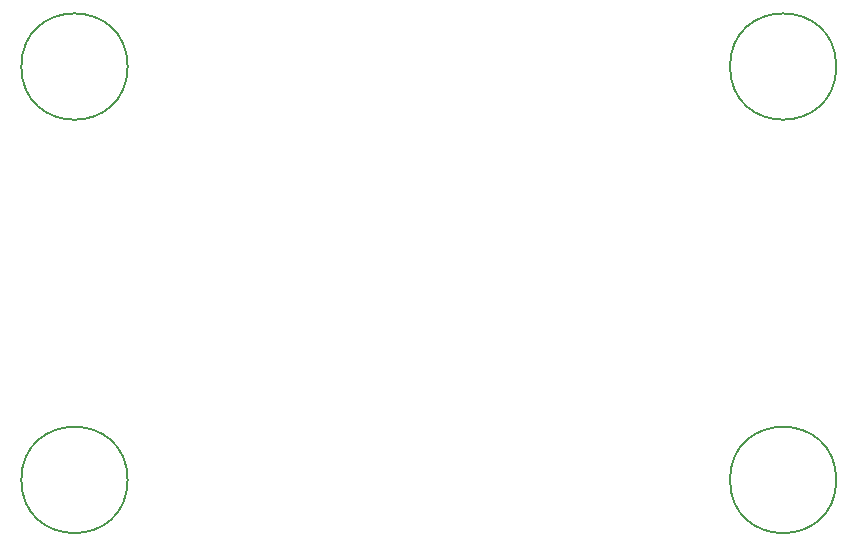
<source format=gbr>
G04 #@! TF.FileFunction,Other,User*
%FSLAX46Y46*%
G04 Gerber Fmt 4.6, Leading zero omitted, Abs format (unit mm)*
G04 Created by KiCad (PCBNEW 4.0.7-e2-6376~61~ubuntu18.04.1) date Sat Jul 21 17:42:36 2018*
%MOMM*%
%LPD*%
G01*
G04 APERTURE LIST*
%ADD10C,0.100000*%
%ADD11C,0.150000*%
G04 APERTURE END LIST*
D10*
D11*
X77000000Y-105500000D02*
G75*
G03X77000000Y-105500000I-4500000J0D01*
G01*
X77000000Y-70500000D02*
G75*
G03X77000000Y-70500000I-4500000J0D01*
G01*
X137000000Y-70500000D02*
G75*
G03X137000000Y-70500000I-4500000J0D01*
G01*
X137000000Y-105500000D02*
G75*
G03X137000000Y-105500000I-4500000J0D01*
G01*
M02*

</source>
